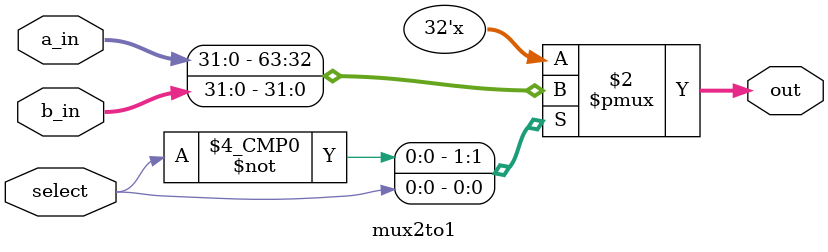
<source format=v>
`timescale 1ns / 1ps

module mux2to1(a_in, b_in, select, out);
input [31:0] a_in;
input [31:0] b_in;
input select;
output reg [31:0] out;

always@(a_in, b_in, select)
case(select)
    2'b0: out = a_in;
    2'b1: out = b_in;
    endcase

endmodule


</source>
